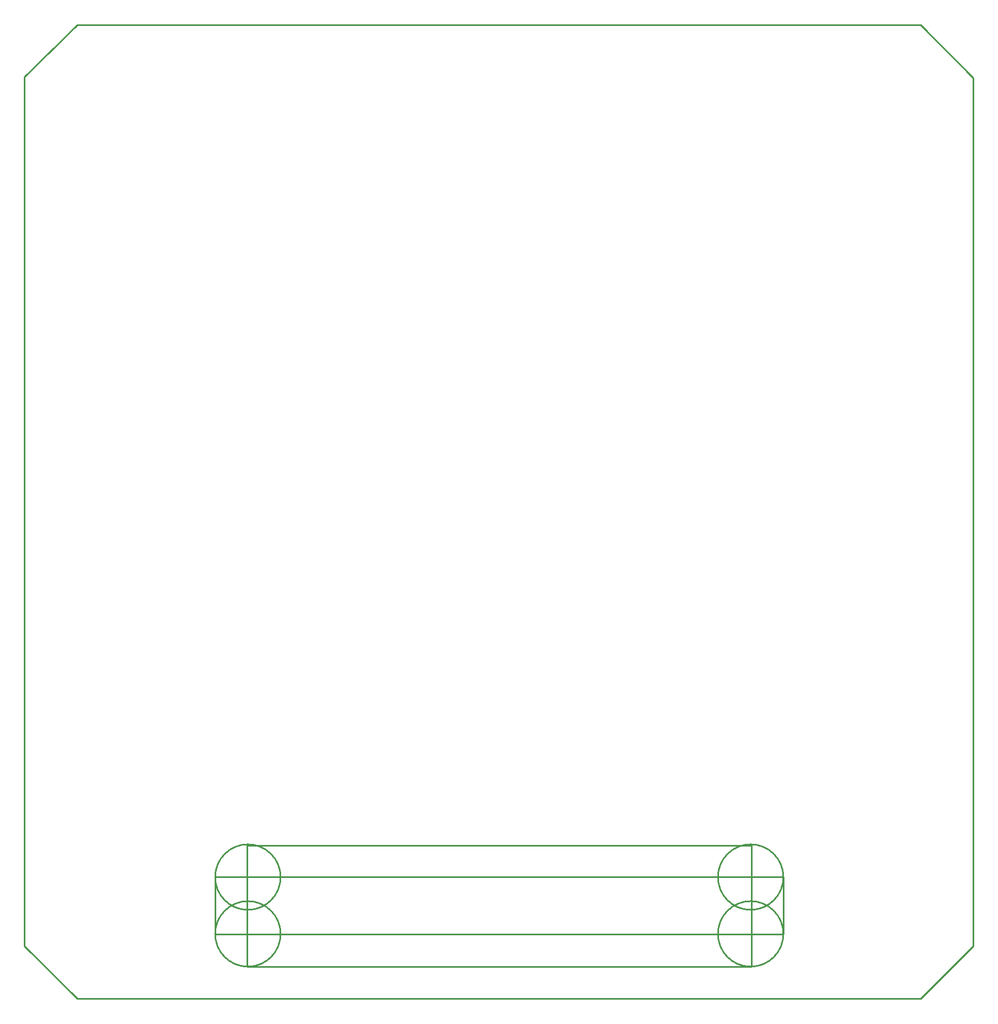
<source format=gko>
G04 Layer: BoardOutlineLayer*
G04 EasyEDA v6.5.34, 2023-08-02 13:28:42*
G04 2a62064472414b95bfa9a36f662312a8,5a6b42c53f6a479593ecc07194224c93,10*
G04 Gerber Generator version 0.2*
G04 Scale: 100 percent, Rotated: No, Reflected: No *
G04 Dimensions in millimeters *
G04 leading zeros omitted , absolute positions ,4 integer and 5 decimal *
%FSLAX45Y45*%
%MOMM*%

%ADD10C,0.2540*%
D10*
X13272350Y2870197D02*
G01*
X13272350Y-10718802D01*
X12446850Y-11544302D01*
X-761149Y3695697D02*
G01*
X12446850Y3695697D01*
X-761149Y-11544302D02*
G01*
X-1586649Y-10718802D01*
X-1586649Y2882897D01*
X12446850Y3695697D02*
G01*
X13272350Y2870197D01*
X-1586649Y2885185D02*
G01*
X-761149Y3695697D01*
X12446850Y-11544302D02*
G01*
X-761149Y-11544302D01*
G75*
G01*
X9271851Y-9639303D02*
G02*
X10297251Y-9639303I512700J0D01*
G75*
G01*
X10297251Y-9639303D02*
G02*
X9271851Y-9639303I-512700J0D01*
X9271850Y-9639302D02*
G01*
X9271850Y-9639302D01*
G75*
G01*
X9271851Y-10528303D02*
G02*
X10297251Y-10528303I512700J0D01*
G75*
G01*
X10297251Y-10528303D02*
G02*
X9271851Y-10528303I-512700J0D01*
X9271850Y-10528302D02*
G01*
X9271850Y-10528302D01*
X1397548Y-9633803D02*
G01*
X1397548Y-10533804D01*
X1397548Y-10533804D02*
G01*
X10297548Y-10533804D01*
X10297548Y-10533804D02*
G01*
X10297548Y-9633803D01*
X10297548Y-9633803D02*
G01*
X1397548Y-9633803D01*
X1901024Y-9144002D02*
G01*
X1901024Y-11044001D01*
X1901024Y-11044001D02*
G01*
X9801024Y-11044001D01*
X9801024Y-11044001D02*
G01*
X9801024Y-9144002D01*
X9801024Y-9144002D02*
G01*
X1901024Y-9144002D01*
G75*
G01*
X1397851Y-9639303D02*
G02*
X2423249Y-9639303I512699J0D01*
G75*
G01*
X2423249Y-9639303D02*
G02*
X1397851Y-9639303I-512699J0D01*
X1397850Y-9639302D02*
G01*
X1397850Y-9639302D01*
G75*
G01*
X1397851Y-10528303D02*
G02*
X2423251Y-10528303I512700J0D01*
G75*
G01*
X2423251Y-10528303D02*
G02*
X1397851Y-10528303I-512700J0D01*
X1397850Y-10528302D02*
G01*
X1397850Y-10528302D01*

%LPD*%
M02*

</source>
